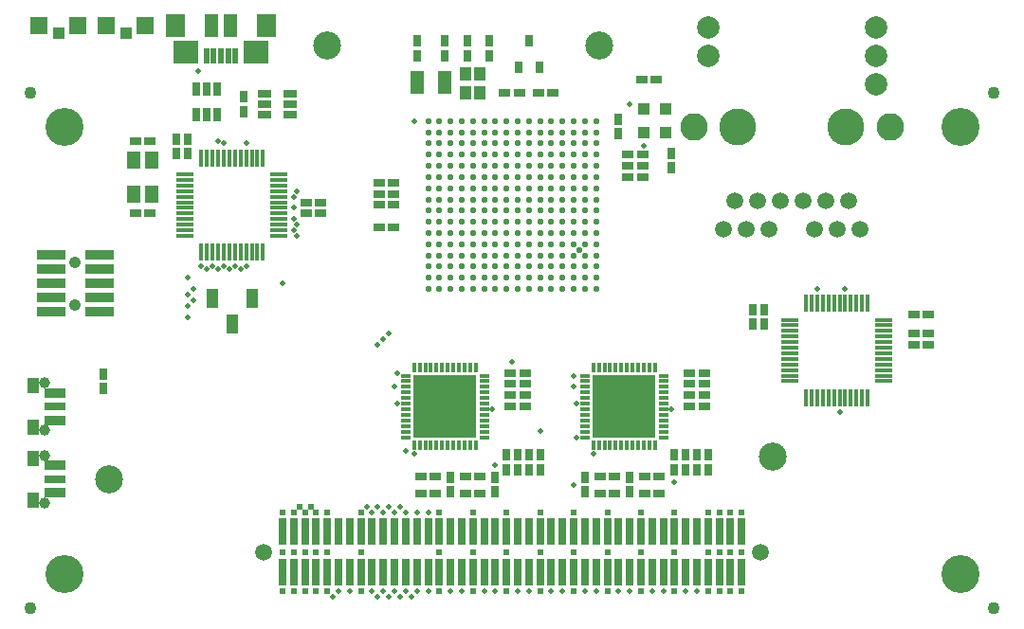
<source format=gts>
G75*
G70*
%OFA0B0*%
%FSLAX24Y24*%
%IPPOS*%
%LPD*%
%AMOC8*
5,1,8,0,0,1.08239X$1,22.5*
%
%ADD10C,0.0217*%
%ADD11R,0.0276X0.0946*%
%ADD12C,0.0591*%
%ADD13R,0.1040X0.0340*%
%ADD14C,0.0410*%
%ADD15R,0.0631X0.0158*%
%ADD16R,0.0158X0.0631*%
%ADD17R,0.0355X0.0158*%
%ADD18R,0.0158X0.0355*%
%ADD19R,0.2245X0.2245*%
%ADD20R,0.0197X0.0571*%
%ADD21R,0.0670X0.0788*%
%ADD22R,0.0867X0.0827*%
%ADD23R,0.0512X0.0788*%
%ADD24R,0.0276X0.0512*%
%ADD25R,0.0434X0.0394*%
%ADD26R,0.0473X0.0788*%
%ADD27R,0.0316X0.0394*%
%ADD28R,0.0394X0.0316*%
%ADD29R,0.0257X0.0434*%
%ADD30R,0.0493X0.0591*%
%ADD31R,0.0512X0.0276*%
%ADD32C,0.0970*%
%ADD33C,0.0790*%
%ADD34C,0.0590*%
%ADD35C,0.1300*%
%ADD36R,0.0631X0.0631*%
%ADD37R,0.0394X0.0394*%
%ADD38C,0.1339*%
%ADD39C,0.0434*%
%ADD40R,0.0434X0.0670*%
%ADD41R,0.0434X0.0512*%
%ADD42R,0.0749X0.0335*%
%ADD43R,0.0749X0.0276*%
%ADD44R,0.0394X0.0552*%
%ADD45C,0.0394*%
%ADD46C,0.0985*%
%ADD47C,0.0240*%
%ADD48C,0.0200*%
%ADD49C,0.0210*%
D10*
X015671Y012915D03*
X016065Y012915D03*
X016458Y012915D03*
X016852Y012915D03*
X017246Y012915D03*
X017639Y012915D03*
X018033Y012915D03*
X018427Y012915D03*
X018820Y012915D03*
X019214Y012915D03*
X019608Y012915D03*
X020002Y012915D03*
X020395Y012915D03*
X020789Y012915D03*
X021183Y012915D03*
X021576Y012915D03*
X021576Y013309D03*
X021183Y013309D03*
X021183Y013702D03*
X021576Y013702D03*
X021576Y014096D03*
X021183Y014096D03*
X021183Y014490D03*
X021576Y014490D03*
X021576Y014883D03*
X021183Y014883D03*
X020789Y014883D03*
X020395Y014883D03*
X020002Y014883D03*
X019608Y014883D03*
X019214Y014883D03*
X018820Y014883D03*
X018427Y014883D03*
X018033Y014883D03*
X017639Y014883D03*
X017246Y014883D03*
X016852Y014883D03*
X016458Y014883D03*
X016065Y014883D03*
X015671Y014883D03*
X015671Y014490D03*
X016065Y014490D03*
X016458Y014490D03*
X016458Y014096D03*
X016065Y014096D03*
X015671Y014096D03*
X015671Y013702D03*
X015671Y013309D03*
X016065Y013309D03*
X016458Y013309D03*
X016458Y013702D03*
X016065Y013702D03*
X016852Y013702D03*
X016852Y013309D03*
X017246Y013309D03*
X017246Y013702D03*
X017639Y013702D03*
X017639Y013309D03*
X018033Y013309D03*
X018033Y013702D03*
X018427Y013702D03*
X018427Y013309D03*
X018820Y013309D03*
X018820Y013702D03*
X019214Y013702D03*
X019214Y013309D03*
X019608Y013309D03*
X019608Y013702D03*
X020002Y013702D03*
X020395Y013702D03*
X020395Y013309D03*
X020002Y013309D03*
X020789Y013309D03*
X020789Y013702D03*
X020789Y014096D03*
X020395Y014096D03*
X020002Y014096D03*
X020002Y014490D03*
X020395Y014490D03*
X020789Y014490D03*
X019608Y014490D03*
X019214Y014490D03*
X018820Y014490D03*
X018427Y014490D03*
X018033Y014490D03*
X017639Y014490D03*
X017246Y014490D03*
X017246Y014096D03*
X017639Y014096D03*
X018033Y014096D03*
X018427Y014096D03*
X018820Y014096D03*
X019214Y014096D03*
X019608Y014096D03*
X019608Y015277D03*
X020002Y015277D03*
X020395Y015277D03*
X020395Y015671D03*
X020002Y015671D03*
X019608Y015671D03*
X019214Y015671D03*
X018820Y015671D03*
X018427Y015671D03*
X018427Y015277D03*
X018820Y015277D03*
X019214Y015277D03*
X019214Y016065D03*
X019214Y016458D03*
X018820Y016458D03*
X018427Y016458D03*
X018427Y016065D03*
X018820Y016065D03*
X018033Y016065D03*
X018033Y016458D03*
X017639Y016458D03*
X017246Y016458D03*
X017246Y016065D03*
X017639Y016065D03*
X017639Y015671D03*
X017246Y015671D03*
X017246Y015277D03*
X017639Y015277D03*
X018033Y015277D03*
X018033Y015671D03*
X016852Y015671D03*
X016458Y015671D03*
X016065Y015671D03*
X016065Y015277D03*
X016458Y015277D03*
X016852Y015277D03*
X016852Y016065D03*
X016852Y016458D03*
X016458Y016458D03*
X016458Y016065D03*
X016065Y016065D03*
X016065Y016458D03*
X015671Y016458D03*
X015671Y016065D03*
X015671Y015671D03*
X015671Y015277D03*
X016852Y014490D03*
X016852Y014096D03*
X019608Y016065D03*
X019608Y016458D03*
X020002Y016458D03*
X020395Y016458D03*
X020395Y016065D03*
X020002Y016065D03*
X020789Y016065D03*
X020789Y016458D03*
X021183Y016458D03*
X021576Y016458D03*
X021576Y016065D03*
X021183Y016065D03*
X021183Y015671D03*
X021576Y015671D03*
X021576Y015277D03*
X021183Y015277D03*
X020789Y015277D03*
X020789Y015671D03*
X020789Y016852D03*
X021183Y016852D03*
X021576Y016852D03*
X021576Y017246D03*
X021183Y017246D03*
X021183Y017639D03*
X021576Y017639D03*
X021576Y018033D03*
X021183Y018033D03*
X021183Y018427D03*
X021576Y018427D03*
X021576Y018820D03*
X021183Y018820D03*
X020789Y018820D03*
X020395Y018820D03*
X020002Y018820D03*
X019608Y018820D03*
X019214Y018820D03*
X018820Y018820D03*
X018427Y018820D03*
X018033Y018820D03*
X017639Y018820D03*
X017246Y018820D03*
X016852Y018820D03*
X016458Y018820D03*
X016065Y018820D03*
X015671Y018820D03*
X015671Y018427D03*
X016065Y018427D03*
X016458Y018427D03*
X016458Y018033D03*
X016065Y018033D03*
X015671Y018033D03*
X015671Y017639D03*
X015671Y017246D03*
X016065Y017246D03*
X016458Y017246D03*
X016458Y017639D03*
X016065Y017639D03*
X016852Y017639D03*
X016852Y017246D03*
X017246Y017246D03*
X017246Y017639D03*
X017639Y017639D03*
X017639Y017246D03*
X018033Y017246D03*
X018033Y017639D03*
X018427Y017639D03*
X018427Y017246D03*
X018820Y017246D03*
X018820Y017639D03*
X019214Y017639D03*
X019214Y017246D03*
X019608Y017246D03*
X019608Y017639D03*
X020002Y017639D03*
X020395Y017639D03*
X020395Y017246D03*
X020002Y017246D03*
X020002Y016852D03*
X020395Y016852D03*
X020789Y017246D03*
X020789Y017639D03*
X020789Y018033D03*
X020395Y018033D03*
X020002Y018033D03*
X020002Y018427D03*
X020395Y018427D03*
X020789Y018427D03*
X019608Y018427D03*
X019214Y018427D03*
X018820Y018427D03*
X018427Y018427D03*
X018427Y018033D03*
X018820Y018033D03*
X019214Y018033D03*
X019608Y018033D03*
X018033Y018033D03*
X017639Y018033D03*
X017246Y018033D03*
X017246Y018427D03*
X017639Y018427D03*
X018033Y018427D03*
X016852Y018427D03*
X016852Y018033D03*
X016852Y016852D03*
X017246Y016852D03*
X017639Y016852D03*
X018033Y016852D03*
X018427Y016852D03*
X018820Y016852D03*
X019214Y016852D03*
X019608Y016852D03*
X016458Y016852D03*
X016065Y016852D03*
X015671Y016852D03*
D11*
X015671Y004391D03*
X016065Y004391D03*
X016458Y004391D03*
X016852Y004391D03*
X017246Y004391D03*
X017639Y004391D03*
X018033Y004391D03*
X018427Y004391D03*
X018820Y004391D03*
X019214Y004391D03*
X019608Y004391D03*
X020002Y004391D03*
X020395Y004391D03*
X020789Y004391D03*
X021183Y004391D03*
X021576Y004391D03*
X021970Y004391D03*
X022364Y004391D03*
X022757Y004391D03*
X023151Y004391D03*
X023545Y004391D03*
X023939Y004391D03*
X024332Y004391D03*
X024726Y004391D03*
X025120Y004391D03*
X025513Y004391D03*
X025907Y004391D03*
X026301Y004391D03*
X026694Y004391D03*
X026694Y002935D03*
X026301Y002935D03*
X025907Y002935D03*
X025513Y002935D03*
X025120Y002935D03*
X024726Y002935D03*
X024332Y002935D03*
X023939Y002935D03*
X023545Y002935D03*
X023151Y002935D03*
X022757Y002935D03*
X022364Y002935D03*
X021970Y002935D03*
X021576Y002935D03*
X021183Y002935D03*
X020789Y002935D03*
X020395Y002935D03*
X020002Y002935D03*
X019608Y002935D03*
X019214Y002935D03*
X018820Y002935D03*
X018427Y002935D03*
X018033Y002935D03*
X017639Y002935D03*
X017246Y002935D03*
X016852Y002935D03*
X016458Y002935D03*
X016065Y002935D03*
X015671Y002935D03*
X015277Y002935D03*
X014883Y002935D03*
X014490Y002935D03*
X014096Y002935D03*
X013702Y002935D03*
X013309Y002935D03*
X012915Y002935D03*
X012521Y002935D03*
X012128Y002935D03*
X011734Y002935D03*
X011340Y002935D03*
X010946Y002935D03*
X010553Y002935D03*
X010553Y004391D03*
X010946Y004391D03*
X011340Y004391D03*
X011734Y004391D03*
X012128Y004391D03*
X012521Y004391D03*
X012915Y004391D03*
X013309Y004391D03*
X013702Y004391D03*
X014096Y004391D03*
X014490Y004391D03*
X014883Y004391D03*
X015277Y004391D03*
D12*
X009883Y003663D03*
X009883Y003663D03*
X027364Y003663D03*
X027364Y003663D03*
D13*
X004104Y012112D03*
X004104Y012612D03*
X004104Y013112D03*
X004104Y013612D03*
X004104Y014112D03*
X002434Y014112D03*
X002434Y013612D03*
X002434Y013112D03*
X002434Y012612D03*
X002434Y012112D03*
D14*
X003269Y012362D03*
X003269Y013862D03*
D15*
X007128Y014785D03*
X007128Y014982D03*
X007128Y015179D03*
X007128Y015376D03*
X007128Y015572D03*
X007128Y015769D03*
X007128Y015966D03*
X007128Y016163D03*
X007128Y016360D03*
X007128Y016557D03*
X007128Y016754D03*
X007128Y016950D03*
X010435Y016950D03*
X010435Y016754D03*
X010435Y016557D03*
X010435Y016360D03*
X010435Y016163D03*
X010435Y015966D03*
X010435Y015769D03*
X010435Y015572D03*
X010435Y015376D03*
X010435Y015179D03*
X010435Y014982D03*
X010435Y014785D03*
X028387Y011832D03*
X028387Y011635D03*
X028387Y011439D03*
X028387Y011242D03*
X028387Y011045D03*
X028387Y010848D03*
X028387Y010651D03*
X028387Y010454D03*
X028387Y010257D03*
X028387Y010061D03*
X028387Y009864D03*
X028387Y009667D03*
X031694Y009667D03*
X031694Y009864D03*
X031694Y010061D03*
X031694Y010257D03*
X031694Y010454D03*
X031694Y010651D03*
X031694Y010848D03*
X031694Y011045D03*
X031694Y011242D03*
X031694Y011439D03*
X031694Y011635D03*
X031694Y011832D03*
D16*
X031124Y012403D03*
X030927Y012403D03*
X030730Y012403D03*
X030533Y012403D03*
X030336Y012403D03*
X030139Y012403D03*
X029943Y012403D03*
X029746Y012403D03*
X029549Y012403D03*
X029352Y012403D03*
X029155Y012403D03*
X028958Y012403D03*
X028958Y009096D03*
X029155Y009096D03*
X029352Y009096D03*
X029549Y009096D03*
X029746Y009096D03*
X029943Y009096D03*
X030139Y009096D03*
X030336Y009096D03*
X030533Y009096D03*
X030730Y009096D03*
X030927Y009096D03*
X031124Y009096D03*
X009864Y014214D03*
X009667Y014214D03*
X009470Y014214D03*
X009273Y014214D03*
X009076Y014214D03*
X008880Y014214D03*
X008683Y014214D03*
X008486Y014214D03*
X008289Y014214D03*
X008092Y014214D03*
X007895Y014214D03*
X007698Y014214D03*
X007698Y017521D03*
X007895Y017521D03*
X008092Y017521D03*
X008289Y017521D03*
X008486Y017521D03*
X008683Y017521D03*
X008880Y017521D03*
X009076Y017521D03*
X009273Y017521D03*
X009470Y017521D03*
X009667Y017521D03*
X009864Y017521D03*
D17*
X014883Y009864D03*
X014883Y009667D03*
X014883Y009470D03*
X014883Y009273D03*
X014883Y009076D03*
X014883Y008880D03*
X014883Y008683D03*
X014883Y008486D03*
X014883Y008289D03*
X014883Y008092D03*
X014883Y007895D03*
X014883Y007698D03*
X017639Y007698D03*
X017639Y007895D03*
X017639Y008092D03*
X017639Y008289D03*
X017639Y008486D03*
X017639Y008683D03*
X017639Y008880D03*
X017639Y009076D03*
X017639Y009273D03*
X017639Y009470D03*
X017639Y009667D03*
X017639Y009864D03*
X021183Y009864D03*
X021183Y009667D03*
X021183Y009470D03*
X021183Y009273D03*
X021183Y009076D03*
X021183Y008880D03*
X021183Y008683D03*
X021183Y008486D03*
X021183Y008289D03*
X021183Y008092D03*
X021183Y007895D03*
X021183Y007698D03*
X023939Y007698D03*
X023939Y007895D03*
X023939Y008092D03*
X023939Y008289D03*
X023939Y008486D03*
X023939Y008683D03*
X023939Y008880D03*
X023939Y009076D03*
X023939Y009273D03*
X023939Y009470D03*
X023939Y009667D03*
X023939Y009864D03*
D18*
X023643Y010159D03*
X023446Y010159D03*
X023250Y010159D03*
X023053Y010159D03*
X022856Y010159D03*
X022659Y010159D03*
X022462Y010159D03*
X022265Y010159D03*
X022069Y010159D03*
X021872Y010159D03*
X021675Y010159D03*
X021478Y010159D03*
X021478Y007403D03*
X021675Y007403D03*
X021872Y007403D03*
X022069Y007403D03*
X022265Y007403D03*
X022462Y007403D03*
X022659Y007403D03*
X022856Y007403D03*
X023053Y007403D03*
X023250Y007403D03*
X023446Y007403D03*
X023643Y007403D03*
X017344Y007403D03*
X017147Y007403D03*
X016950Y007403D03*
X016754Y007403D03*
X016557Y007403D03*
X016360Y007403D03*
X016163Y007403D03*
X015966Y007403D03*
X015769Y007403D03*
X015572Y007403D03*
X015376Y007403D03*
X015179Y007403D03*
X015179Y010159D03*
X015376Y010159D03*
X015572Y010159D03*
X015769Y010159D03*
X015966Y010159D03*
X016163Y010159D03*
X016360Y010159D03*
X016557Y010159D03*
X016754Y010159D03*
X016950Y010159D03*
X017147Y010159D03*
X017344Y010159D03*
D19*
X016261Y008781D03*
X022561Y008781D03*
D20*
X008899Y021114D03*
X008643Y021114D03*
X008387Y021114D03*
X008131Y021114D03*
X007876Y021114D03*
D21*
X006773Y022167D03*
X010002Y022167D03*
D22*
X009608Y021242D03*
X007167Y021242D03*
D23*
X008053Y022167D03*
X008722Y022167D03*
D24*
X008269Y019962D03*
X007895Y019962D03*
X007521Y019962D03*
X007521Y019057D03*
X007895Y019057D03*
X008269Y019057D03*
D25*
X023269Y019234D03*
X024017Y019234D03*
X024017Y018407D03*
X023269Y018407D03*
D26*
X016261Y020198D03*
X015277Y020198D03*
D27*
X015277Y021124D03*
X015277Y021635D03*
X016261Y021635D03*
X016261Y021124D03*
X017049Y021124D03*
X017049Y021635D03*
X017836Y021635D03*
X017836Y021124D03*
X022364Y018880D03*
X022364Y018368D03*
X024234Y017698D03*
X024234Y017187D03*
X027088Y012187D03*
X027482Y012187D03*
X027482Y011675D03*
X027088Y011675D03*
X025513Y007069D03*
X025120Y007069D03*
X024726Y007069D03*
X024332Y007069D03*
X024332Y006557D03*
X024726Y006557D03*
X025120Y006557D03*
X025513Y006557D03*
X022757Y006281D03*
X022757Y005769D03*
X021183Y005769D03*
X021183Y006281D03*
X019608Y006557D03*
X019214Y006557D03*
X018820Y006557D03*
X018427Y006557D03*
X018033Y006281D03*
X018033Y005769D03*
X016458Y005769D03*
X016458Y006281D03*
X018427Y007069D03*
X018820Y007069D03*
X019214Y007069D03*
X019608Y007069D03*
X004254Y009411D03*
X004254Y009923D03*
X006813Y017679D03*
X007206Y017679D03*
X007206Y018191D03*
X006813Y018191D03*
X009175Y019155D03*
X009175Y019667D03*
D28*
X005887Y018131D03*
X005376Y018131D03*
X005376Y015572D03*
X005887Y015572D03*
X011380Y015572D03*
X011380Y015966D03*
X011891Y015966D03*
X011891Y015572D03*
X013939Y015868D03*
X014450Y015868D03*
X014450Y016261D03*
X014450Y016655D03*
X013939Y016655D03*
X013939Y016261D03*
X013939Y015080D03*
X014450Y015080D03*
X018368Y019805D03*
X018880Y019805D03*
X019549Y019805D03*
X020061Y019805D03*
X023191Y020297D03*
X023702Y020297D03*
X023210Y017639D03*
X023210Y017246D03*
X023210Y016852D03*
X022698Y016852D03*
X022698Y017246D03*
X022698Y017639D03*
X032738Y012029D03*
X033250Y012029D03*
X033250Y011340D03*
X033250Y010946D03*
X032738Y010946D03*
X032738Y011340D03*
X025376Y009962D03*
X025376Y009569D03*
X025376Y009175D03*
X025376Y008781D03*
X024864Y008781D03*
X024864Y009175D03*
X024864Y009569D03*
X024864Y009962D03*
X023801Y006320D03*
X023289Y006320D03*
X023289Y005730D03*
X023801Y005730D03*
X022226Y005730D03*
X021714Y005730D03*
X021714Y006320D03*
X022226Y006320D03*
X019076Y008781D03*
X019076Y009175D03*
X019076Y009569D03*
X019076Y009962D03*
X018565Y009962D03*
X018565Y009569D03*
X018565Y009175D03*
X018565Y008781D03*
X017502Y006320D03*
X016990Y006320D03*
X016990Y005730D03*
X017502Y005730D03*
X015927Y005730D03*
X015415Y005730D03*
X015415Y006320D03*
X015927Y006320D03*
D29*
X018840Y020730D03*
X019588Y020730D03*
X019214Y021635D03*
D30*
X005946Y017443D03*
X005317Y017443D03*
X005317Y016261D03*
X005946Y016261D03*
D31*
X009903Y019037D03*
X009903Y019411D03*
X009903Y019785D03*
X010809Y019785D03*
X010809Y019411D03*
X010809Y019037D03*
D32*
X025006Y018624D03*
X031926Y018624D03*
D33*
X031426Y020124D03*
X031426Y021124D03*
X031426Y022124D03*
X025506Y022124D03*
X025506Y021124D03*
D34*
X026466Y016024D03*
X027266Y016024D03*
X028066Y016024D03*
X028866Y016024D03*
X029666Y016024D03*
X030466Y016024D03*
X030066Y015024D03*
X029266Y015024D03*
X027666Y015024D03*
X026866Y015024D03*
X026066Y015024D03*
X030866Y015024D03*
D35*
X030366Y018624D03*
X026566Y018624D03*
D36*
X005730Y022167D03*
X004352Y022167D03*
X003368Y022167D03*
X001990Y022167D03*
D37*
X002679Y021911D03*
X005041Y021911D03*
D38*
X002876Y018624D03*
X002876Y002876D03*
X034372Y002876D03*
X034372Y018624D03*
D39*
X001694Y001694D03*
X001694Y019805D03*
X035553Y019805D03*
X035553Y001694D03*
D40*
X009470Y012580D03*
X008781Y011675D03*
X008092Y012580D03*
D41*
X016990Y019805D03*
X017502Y019805D03*
X017502Y020474D03*
X016990Y020474D03*
D42*
X002541Y009263D03*
X002541Y008299D03*
X002541Y006704D03*
X002541Y005740D03*
D43*
X002541Y006222D03*
X002541Y008781D03*
D44*
X001773Y008053D03*
X001773Y006950D03*
X001773Y005494D03*
X001773Y009509D03*
D45*
X002187Y009618D03*
X002187Y007944D03*
X002187Y007059D03*
X002187Y005385D03*
D46*
X004450Y006222D03*
X012128Y021478D03*
X021675Y021478D03*
X027777Y007009D03*
D47*
X026694Y005041D03*
X026301Y005041D03*
X025907Y005041D03*
X025513Y005041D03*
X024332Y005041D03*
X023151Y005041D03*
X021970Y005041D03*
X020789Y005041D03*
X019608Y005041D03*
X018427Y005041D03*
X017246Y005041D03*
X016065Y005041D03*
X016065Y003663D03*
X017246Y003663D03*
X018427Y003663D03*
X019608Y003663D03*
X020789Y003663D03*
X021970Y003663D03*
X023151Y003663D03*
X024332Y003663D03*
X025513Y003663D03*
X025907Y003663D03*
X026301Y003663D03*
X026694Y003663D03*
X026694Y002285D03*
X026301Y002285D03*
X025907Y002285D03*
X025513Y002285D03*
X024332Y002285D03*
X023151Y002285D03*
X021970Y002285D03*
X020789Y002285D03*
X019608Y002285D03*
X018427Y002285D03*
X017246Y002285D03*
X016065Y002285D03*
X013309Y002285D03*
X012128Y002285D03*
X011734Y002285D03*
X011340Y002285D03*
X010946Y002285D03*
X010553Y002285D03*
X010553Y003663D03*
X010946Y003663D03*
X011340Y003663D03*
X011734Y003663D03*
X012128Y003663D03*
X013309Y003663D03*
X013309Y005041D03*
X012128Y005041D03*
X011734Y005041D03*
X011537Y005238D03*
X011340Y005041D03*
X011143Y005238D03*
X010946Y005041D03*
X010553Y005041D03*
D48*
X013506Y005238D03*
X013702Y005041D03*
X013899Y005238D03*
X014096Y005041D03*
X014293Y005238D03*
X014490Y005041D03*
X014687Y005238D03*
X014883Y005041D03*
X015277Y005041D03*
X015671Y005041D03*
X018033Y006714D03*
X019608Y007913D03*
X020887Y007698D03*
X021478Y007108D03*
X020789Y006025D03*
X024332Y006124D03*
X024234Y008683D03*
X020887Y008880D03*
X020789Y009470D03*
X020789Y009864D03*
X018624Y010356D03*
X017935Y008683D03*
X015179Y007108D03*
X014883Y007206D03*
X014588Y008880D03*
X014490Y009470D03*
X014588Y009962D03*
X013899Y010946D03*
X014096Y011143D03*
X014293Y011340D03*
X010553Y013112D03*
X009273Y013702D03*
X009076Y013604D03*
X008880Y013702D03*
X008683Y013604D03*
X008486Y013702D03*
X008289Y013604D03*
X008092Y013702D03*
X007895Y013604D03*
X007698Y013702D03*
X007206Y013309D03*
X007403Y012915D03*
X007206Y012718D03*
X007403Y012521D03*
X007206Y012324D03*
X007206Y011931D03*
X011045Y014785D03*
X010946Y014982D03*
X011045Y015179D03*
X010946Y015376D03*
X010946Y015769D03*
X010946Y016163D03*
X011045Y016360D03*
X009273Y018033D03*
X008486Y018033D03*
X008289Y018131D03*
X007600Y020592D03*
X015179Y018820D03*
X022757Y019411D03*
X023250Y017935D03*
X029352Y012915D03*
X030336Y012915D03*
X030139Y008584D03*
X025120Y002285D03*
X024726Y002285D03*
X023939Y002285D03*
X023545Y002285D03*
X022757Y002285D03*
X022364Y002285D03*
X021576Y002285D03*
X021183Y002285D03*
X020395Y002285D03*
X020002Y002285D03*
X019214Y002285D03*
X018820Y002285D03*
X018033Y002285D03*
X017639Y002285D03*
X016852Y002285D03*
X016458Y002285D03*
X015671Y002285D03*
X015277Y002285D03*
X015080Y002088D03*
X014883Y002285D03*
X014687Y002088D03*
X014490Y002285D03*
X014293Y002088D03*
X014096Y002285D03*
X013899Y002088D03*
X013702Y002285D03*
X012915Y002285D03*
X012521Y002285D03*
X012324Y002088D03*
D49*
X020986Y014293D03*
M02*

</source>
